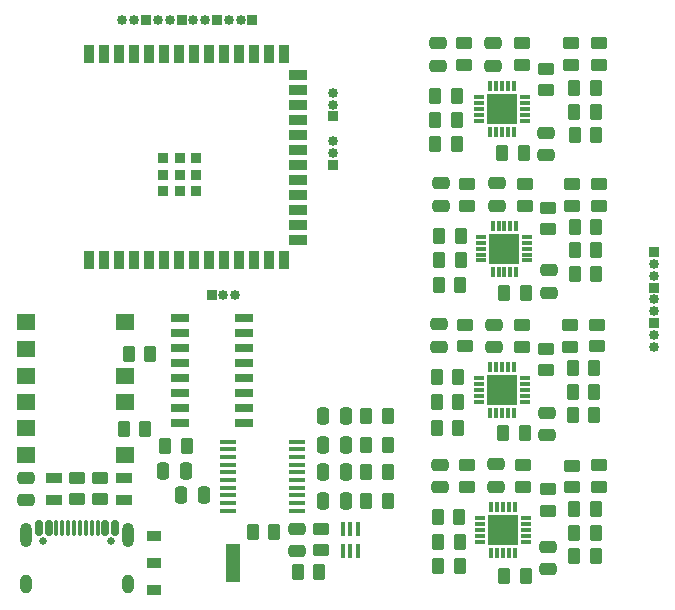
<source format=gbr>
%TF.GenerationSoftware,KiCad,Pcbnew,9.0.6*%
%TF.CreationDate,2025-12-28T18:42:45+01:00*%
%TF.ProjectId,scheme,73636865-6d65-42e6-9b69-6361645f7063,rev?*%
%TF.SameCoordinates,Original*%
%TF.FileFunction,Soldermask,Top*%
%TF.FilePolarity,Negative*%
%FSLAX46Y46*%
G04 Gerber Fmt 4.6, Leading zero omitted, Abs format (unit mm)*
G04 Created by KiCad (PCBNEW 9.0.6) date 2025-12-28 18:42:45*
%MOMM*%
%LPD*%
G01*
G04 APERTURE LIST*
G04 Aperture macros list*
%AMRoundRect*
0 Rectangle with rounded corners*
0 $1 Rounding radius*
0 $2 $3 $4 $5 $6 $7 $8 $9 X,Y pos of 4 corners*
0 Add a 4 corners polygon primitive as box body*
4,1,4,$2,$3,$4,$5,$6,$7,$8,$9,$2,$3,0*
0 Add four circle primitives for the rounded corners*
1,1,$1+$1,$2,$3*
1,1,$1+$1,$4,$5*
1,1,$1+$1,$6,$7*
1,1,$1+$1,$8,$9*
0 Add four rect primitives between the rounded corners*
20,1,$1+$1,$2,$3,$4,$5,0*
20,1,$1+$1,$4,$5,$6,$7,0*
20,1,$1+$1,$6,$7,$8,$9,0*
20,1,$1+$1,$8,$9,$2,$3,0*%
G04 Aperture macros list end*
%ADD10RoundRect,0.250000X0.262500X0.450000X-0.262500X0.450000X-0.262500X-0.450000X0.262500X-0.450000X0*%
%ADD11RoundRect,0.250000X-0.262500X-0.450000X0.262500X-0.450000X0.262500X0.450000X-0.262500X0.450000X0*%
%ADD12RoundRect,0.250000X0.450000X-0.262500X0.450000X0.262500X-0.450000X0.262500X-0.450000X-0.262500X0*%
%ADD13RoundRect,0.250000X0.475000X-0.250000X0.475000X0.250000X-0.475000X0.250000X-0.475000X-0.250000X0*%
%ADD14RoundRect,0.250000X-0.475000X0.250000X-0.475000X-0.250000X0.475000X-0.250000X0.475000X0.250000X0*%
%ADD15R,2.650000X2.650000*%
%ADD16R,0.300000X0.850000*%
%ADD17R,0.850000X0.300000*%
%ADD18RoundRect,0.250000X-0.450000X0.262500X-0.450000X-0.262500X0.450000X-0.262500X0.450000X0.262500X0*%
%ADD19R,0.850000X0.850000*%
%ADD20C,0.850000*%
%ADD21RoundRect,0.250000X0.250000X0.475000X-0.250000X0.475000X-0.250000X-0.475000X0.250000X-0.475000X0*%
%ADD22RoundRect,0.250000X-0.250000X-0.475000X0.250000X-0.475000X0.250000X0.475000X-0.250000X0.475000X0*%
%ADD23R,0.900000X1.500000*%
%ADD24R,1.500000X0.900000*%
%ADD25R,0.900000X0.900000*%
%ADD26R,1.475000X0.450000*%
%ADD27R,1.550000X0.700000*%
%ADD28R,1.300000X0.950000*%
%ADD29R,1.300000X3.250000*%
%ADD30R,1.600000X1.400000*%
%ADD31R,1.400000X0.950000*%
%ADD32R,0.400000X1.200000*%
%ADD33C,0.650000*%
%ADD34RoundRect,0.150000X-0.150000X-0.500000X0.150000X-0.500000X0.150000X0.500000X-0.150000X0.500000X0*%
%ADD35RoundRect,0.075000X-0.075000X-0.575000X0.075000X-0.575000X0.075000X0.575000X-0.075000X0.575000X0*%
%ADD36O,1.000000X2.100000*%
%ADD37O,1.000000X1.600000*%
G04 APERTURE END LIST*
D10*
%TO.C,R20*%
X223600000Y-129650000D03*
X225425000Y-129650000D03*
%TD*%
D11*
%TO.C,R12*%
X219900000Y-126900000D03*
X218075000Y-126900000D03*
%TD*%
%TO.C,R18*%
X231375000Y-126050000D03*
X229550000Y-126050000D03*
%TD*%
D12*
%TO.C,R8*%
X229300000Y-120425000D03*
X229300000Y-122250000D03*
%TD*%
D13*
%TO.C,C2*%
X218250000Y-120350000D03*
X218250000Y-122250000D03*
%TD*%
D11*
%TO.C,R19*%
X231375000Y-128050000D03*
X229550000Y-128050000D03*
%TD*%
%TO.C,R17*%
X231375000Y-124050000D03*
X229550000Y-124050000D03*
%TD*%
D14*
%TO.C,C3*%
X222950000Y-122250000D03*
X222950000Y-120350000D03*
%TD*%
D15*
%TO.C,IC2*%
X223600000Y-125900000D03*
D16*
X224600000Y-127850000D03*
X224100000Y-127850000D03*
X223600000Y-127850000D03*
X223100000Y-127850000D03*
X222600000Y-127850000D03*
D17*
X221650000Y-126900000D03*
X221650000Y-126400000D03*
X221650000Y-125900000D03*
X221650000Y-125400000D03*
X221650000Y-124900000D03*
D16*
X222600000Y-123950000D03*
X223100000Y-123950000D03*
X223600000Y-123950000D03*
X224100000Y-123950000D03*
X224600000Y-123950000D03*
D17*
X225550000Y-124900000D03*
X225550000Y-125400000D03*
X225550000Y-125900000D03*
X225550000Y-126400000D03*
X225550000Y-126900000D03*
%TD*%
D12*
%TO.C,R7*%
X220400000Y-120425000D03*
X220400000Y-122250000D03*
%TD*%
%TO.C,R6*%
X231600000Y-120425000D03*
X231600000Y-122250000D03*
%TD*%
D18*
%TO.C,R13*%
X227300000Y-124250000D03*
X227300000Y-122425000D03*
%TD*%
D12*
%TO.C,R9*%
X225300000Y-120425000D03*
X225300000Y-122250000D03*
%TD*%
D11*
%TO.C,R10*%
X219900000Y-124850000D03*
X218075000Y-124850000D03*
%TD*%
D10*
%TO.C,R11*%
X218050000Y-128950000D03*
X219875000Y-128950000D03*
%TD*%
D13*
%TO.C,C4*%
X227400000Y-127750000D03*
X227400000Y-129650000D03*
%TD*%
D12*
%TO.C,R21*%
X231600000Y-110325000D03*
X231600000Y-108500000D03*
%TD*%
D11*
%TO.C,R30*%
X229525000Y-114300000D03*
X231350000Y-114300000D03*
%TD*%
D14*
%TO.C,C7*%
X222650000Y-108500000D03*
X222650000Y-110400000D03*
%TD*%
D12*
%TO.C,R23*%
X229200000Y-110325000D03*
X229200000Y-108500000D03*
%TD*%
D18*
%TO.C,R28*%
X227100000Y-110675000D03*
X227100000Y-112500000D03*
%TD*%
D10*
%TO.C,R35*%
X219550000Y-117000000D03*
X217725000Y-117000000D03*
%TD*%
D12*
%TO.C,R24*%
X225050000Y-110350000D03*
X225050000Y-108525000D03*
%TD*%
D13*
%TO.C,C5*%
X218000000Y-110400000D03*
X218000000Y-108500000D03*
%TD*%
D11*
%TO.C,R31*%
X229550000Y-116300000D03*
X231375000Y-116300000D03*
%TD*%
%TO.C,R34*%
X217725000Y-115000000D03*
X219550000Y-115000000D03*
%TD*%
%TO.C,R29*%
X229500000Y-112300000D03*
X231325000Y-112300000D03*
%TD*%
D17*
%TO.C,IC5*%
X225350000Y-115100000D03*
X225350000Y-114600000D03*
X225350000Y-114100000D03*
X225350000Y-113600000D03*
X225350000Y-113100000D03*
D16*
X224400000Y-112150000D03*
X223900000Y-112150000D03*
X223400000Y-112150000D03*
X222900000Y-112150000D03*
X222400000Y-112150000D03*
D17*
X221450000Y-113100000D03*
X221450000Y-113600000D03*
X221450000Y-114100000D03*
X221450000Y-114600000D03*
X221450000Y-115100000D03*
D16*
X222400000Y-116050000D03*
X222900000Y-116050000D03*
X223400000Y-116050000D03*
X223900000Y-116050000D03*
X224400000Y-116050000D03*
D15*
X223400000Y-114100000D03*
%TD*%
D12*
%TO.C,R22*%
X220150000Y-110350000D03*
X220150000Y-108525000D03*
%TD*%
D11*
%TO.C,R33*%
X217725000Y-113000000D03*
X219550000Y-113000000D03*
%TD*%
D13*
%TO.C,C8*%
X227150000Y-118000000D03*
X227150000Y-116100000D03*
%TD*%
D10*
%TO.C,R32*%
X225250000Y-117800000D03*
X223425000Y-117800000D03*
%TD*%
D19*
%TO.C,J1*%
X198800000Y-129800000D03*
D20*
X199800000Y-129800000D03*
X200800000Y-129800000D03*
%TD*%
D19*
%TO.C,J2*%
X209100000Y-118800000D03*
D20*
X209100000Y-117800000D03*
X209100000Y-116800000D03*
%TD*%
D19*
%TO.C,J3*%
X209100000Y-114700000D03*
D20*
X209100000Y-113700000D03*
X209100000Y-112700000D03*
%TD*%
D19*
%TO.C,J11*%
X193260000Y-106500000D03*
D20*
X192260000Y-106500000D03*
X191260000Y-106500000D03*
%TD*%
D19*
%TO.C,J10*%
X196260000Y-106500000D03*
D20*
X195260000Y-106500000D03*
X194260000Y-106500000D03*
%TD*%
%TO.C,J6*%
X197260000Y-106500000D03*
X198260000Y-106500000D03*
D19*
X199260000Y-106500000D03*
%TD*%
D20*
%TO.C,J4*%
X200260000Y-106500000D03*
X201260000Y-106500000D03*
D19*
X202260000Y-106500000D03*
%TD*%
D11*
%TO.C,R55*%
X231225000Y-140000000D03*
X229400000Y-140000000D03*
%TD*%
%TO.C,R15*%
X206100000Y-153300000D03*
X207925000Y-153300000D03*
%TD*%
D12*
%TO.C,R60*%
X225150000Y-146050000D03*
X225150000Y-144225000D03*
%TD*%
D21*
%TO.C,C1*%
X198125000Y-146800000D03*
X196225000Y-146800000D03*
%TD*%
D19*
%TO.C,J8*%
X236275000Y-129200000D03*
D20*
X236275000Y-130200000D03*
X236275000Y-131200000D03*
%TD*%
D10*
%TO.C,R53*%
X219675000Y-141050000D03*
X217850000Y-141050000D03*
%TD*%
D22*
%TO.C,C21*%
X208275000Y-140100000D03*
X210175000Y-140100000D03*
%TD*%
D17*
%TO.C,IC7*%
X225450000Y-150700000D03*
X225450000Y-150200000D03*
X225450000Y-149700000D03*
X225450000Y-149200000D03*
X225450000Y-148700000D03*
D16*
X224500000Y-147750000D03*
X224000000Y-147750000D03*
X223500000Y-147750000D03*
X223000000Y-147750000D03*
X222500000Y-147750000D03*
D17*
X221550000Y-148700000D03*
X221550000Y-149200000D03*
X221550000Y-149700000D03*
X221550000Y-150200000D03*
X221550000Y-150700000D03*
D16*
X222500000Y-151650000D03*
X223000000Y-151650000D03*
X223500000Y-151650000D03*
X224000000Y-151650000D03*
X224500000Y-151650000D03*
D15*
X223500000Y-149700000D03*
%TD*%
D11*
%TO.C,R69*%
X211900000Y-147300000D03*
X213725000Y-147300000D03*
%TD*%
%TO.C,R70*%
X211875000Y-144850000D03*
X213700000Y-144850000D03*
%TD*%
D22*
%TO.C,C18*%
X208275000Y-144850000D03*
X210175000Y-144850000D03*
%TD*%
D13*
%TO.C,C14*%
X227200000Y-141700000D03*
X227200000Y-139800000D03*
%TD*%
D21*
%TO.C,C19*%
X210175000Y-147300000D03*
X208275000Y-147300000D03*
%TD*%
D23*
%TO.C,IC3*%
X188390000Y-126900000D03*
X189660000Y-126900000D03*
X190930000Y-126900000D03*
X192200000Y-126900000D03*
X193470000Y-126900000D03*
X194740000Y-126900000D03*
X196010000Y-126900000D03*
X197280000Y-126900000D03*
X198550000Y-126900000D03*
X199820000Y-126900000D03*
X201090000Y-126900000D03*
X202360000Y-126900000D03*
X203630000Y-126900000D03*
X204900000Y-126900000D03*
D24*
X206150000Y-125135000D03*
X206150000Y-123865000D03*
X206150000Y-122595000D03*
X206150000Y-121325000D03*
X206150000Y-120055000D03*
X206150000Y-118785000D03*
X206150000Y-117515000D03*
X206150000Y-116245000D03*
X206150000Y-114975000D03*
X206150000Y-113705000D03*
X206150000Y-112435000D03*
X206150000Y-111165000D03*
D23*
X204900000Y-109400000D03*
X203630000Y-109400000D03*
X202360000Y-109400000D03*
X201090000Y-109400000D03*
X199820000Y-109400000D03*
X198550000Y-109400000D03*
X197280000Y-109400000D03*
X196010000Y-109400000D03*
X194740000Y-109400000D03*
X193470000Y-109400000D03*
X192200000Y-109400000D03*
X190930000Y-109400000D03*
X189660000Y-109400000D03*
X188390000Y-109400000D03*
D25*
X196110000Y-119650000D03*
X194710000Y-119650000D03*
X194710000Y-121050000D03*
X196110000Y-121050000D03*
X197510000Y-121050000D03*
X197510000Y-119650000D03*
X197510000Y-118250000D03*
X196110000Y-118250000D03*
X194710000Y-118250000D03*
%TD*%
D13*
%TO.C,C17*%
X227300000Y-153050000D03*
X227300000Y-151150000D03*
%TD*%
D11*
%TO.C,R73*%
X194875000Y-142600000D03*
X196700000Y-142600000D03*
%TD*%
D18*
%TO.C,R51*%
X227100000Y-134375000D03*
X227100000Y-136200000D03*
%TD*%
D11*
%TO.C,R67*%
X229525000Y-151950000D03*
X231350000Y-151950000D03*
%TD*%
D12*
%TO.C,R59*%
X229300000Y-146100000D03*
X229300000Y-144275000D03*
%TD*%
D26*
%TO.C,IC1*%
X206075000Y-148100000D03*
X206075000Y-147450000D03*
X206075000Y-146800000D03*
X206075000Y-146150000D03*
X206075000Y-145500000D03*
X206075000Y-144850000D03*
X206075000Y-144200000D03*
X206075000Y-143550000D03*
X206075000Y-142900000D03*
X206075000Y-142250000D03*
X200199000Y-142250000D03*
X200199000Y-142900000D03*
X200199000Y-143550000D03*
X200199000Y-144200000D03*
X200199000Y-144850000D03*
X200199000Y-145500000D03*
X200199000Y-146150000D03*
X200199000Y-146800000D03*
X200199000Y-147450000D03*
X200199000Y-148100000D03*
%TD*%
D27*
%TO.C,IC10*%
X201550000Y-140670000D03*
X201550000Y-139400000D03*
X201550000Y-138130000D03*
X201550000Y-136860000D03*
X201550000Y-135590000D03*
X201550000Y-134320000D03*
X201550000Y-133050000D03*
X201550000Y-131780000D03*
X196100000Y-131780000D03*
X196100000Y-133050000D03*
X196100000Y-134320000D03*
X196100000Y-135590000D03*
X196100000Y-136860000D03*
X196100000Y-138130000D03*
X196100000Y-139400000D03*
X196100000Y-140670000D03*
%TD*%
D10*
%TO.C,R68*%
X225400000Y-153650000D03*
X223575000Y-153650000D03*
%TD*%
D28*
%TO.C,IC4*%
X193900000Y-150210000D03*
X193900000Y-152500000D03*
X193900000Y-154790000D03*
D29*
X200600000Y-152500000D03*
%TD*%
D30*
%TO.C,S2*%
X191453000Y-136650000D03*
X183053000Y-136650000D03*
X191453000Y-132150000D03*
X183053000Y-132150000D03*
X183053000Y-134400000D03*
%TD*%
D11*
%TO.C,R71*%
X211875000Y-142550000D03*
X213700000Y-142550000D03*
%TD*%
D18*
%TO.C,R2*%
X189400000Y-145300000D03*
X189400000Y-147125000D03*
%TD*%
D14*
%TO.C,C13*%
X222700000Y-132350000D03*
X222700000Y-134250000D03*
%TD*%
D13*
%TO.C,C6*%
X206075000Y-151500000D03*
X206075000Y-149600000D03*
%TD*%
D18*
%TO.C,R63*%
X227250000Y-146275000D03*
X227250000Y-148100000D03*
%TD*%
D10*
%TO.C,R5*%
X193600000Y-134800000D03*
X191775000Y-134800000D03*
%TD*%
D11*
%TO.C,R72*%
X211875000Y-140100000D03*
X213700000Y-140100000D03*
%TD*%
D30*
%TO.C,S1*%
X191453000Y-143350000D03*
X183053000Y-143350000D03*
X191453000Y-138850000D03*
X183053000Y-138850000D03*
X183053000Y-141100000D03*
%TD*%
D10*
%TO.C,R65*%
X219800000Y-152800000D03*
X217975000Y-152800000D03*
%TD*%
D11*
%TO.C,R62*%
X217975000Y-150700000D03*
X219800000Y-150700000D03*
%TD*%
D31*
%TO.C,R14*%
X191400000Y-147200000D03*
X191400000Y-145300000D03*
%TD*%
D11*
%TO.C,R49*%
X217850000Y-136750000D03*
X219675000Y-136750000D03*
%TD*%
D18*
%TO.C,R1*%
X187400000Y-145300000D03*
X187400000Y-147125000D03*
%TD*%
D11*
%TO.C,R36*%
X202275000Y-149850000D03*
X204100000Y-149850000D03*
%TD*%
%TO.C,R4*%
X191375000Y-141200000D03*
X193200000Y-141200000D03*
%TD*%
D32*
%TO.C,IC8*%
X209907500Y-151532500D03*
X210557500Y-151532500D03*
X211207500Y-151532500D03*
X211207500Y-149632500D03*
X210557500Y-149632500D03*
X209907500Y-149632500D03*
%TD*%
D31*
%TO.C,R37*%
X185500000Y-147200000D03*
X185500000Y-145300000D03*
%TD*%
D12*
%TO.C,R48*%
X225050000Y-134200000D03*
X225050000Y-132375000D03*
%TD*%
%TO.C,R16*%
X208075000Y-151425000D03*
X208075000Y-149600000D03*
%TD*%
%TO.C,R57*%
X231600000Y-146050000D03*
X231600000Y-144225000D03*
%TD*%
%TO.C,R25*%
X231425000Y-134150000D03*
X231425000Y-132325000D03*
%TD*%
D19*
%TO.C,J9*%
X236275000Y-132200000D03*
D20*
X236275000Y-133200000D03*
X236275000Y-134200000D03*
%TD*%
D14*
%TO.C,C16*%
X222850000Y-144150000D03*
X222850000Y-146050000D03*
%TD*%
D13*
%TO.C,C10*%
X183100000Y-147200000D03*
X183100000Y-145300000D03*
%TD*%
D11*
%TO.C,R50*%
X217850000Y-138900000D03*
X219675000Y-138900000D03*
%TD*%
D12*
%TO.C,R58*%
X220400000Y-146050000D03*
X220400000Y-144225000D03*
%TD*%
D21*
%TO.C,C22*%
X196600000Y-144700000D03*
X194700000Y-144700000D03*
%TD*%
D12*
%TO.C,R27*%
X229125000Y-134200000D03*
X229125000Y-132375000D03*
%TD*%
D11*
%TO.C,R54*%
X229375000Y-138000000D03*
X231200000Y-138000000D03*
%TD*%
%TO.C,R61*%
X217964500Y-148650000D03*
X219789500Y-148650000D03*
%TD*%
D21*
%TO.C,C20*%
X210175000Y-142500000D03*
X208275000Y-142500000D03*
%TD*%
D19*
%TO.C,J7*%
X236225000Y-126200000D03*
D20*
X236225000Y-127200000D03*
X236225000Y-128200000D03*
%TD*%
D13*
%TO.C,C12*%
X218050000Y-134200000D03*
X218050000Y-132300000D03*
%TD*%
D11*
%TO.C,R66*%
X229525000Y-149950000D03*
X231350000Y-149950000D03*
%TD*%
%TO.C,R52*%
X229375000Y-136000000D03*
X231200000Y-136000000D03*
%TD*%
%TO.C,R64*%
X229525000Y-147950000D03*
X231350000Y-147950000D03*
%TD*%
D10*
%TO.C,R56*%
X225300000Y-141550000D03*
X223475000Y-141550000D03*
%TD*%
D12*
%TO.C,R26*%
X220250000Y-134150000D03*
X220250000Y-132325000D03*
%TD*%
D13*
%TO.C,C15*%
X218150000Y-146100000D03*
X218150000Y-144200000D03*
%TD*%
D17*
%TO.C,IC6*%
X225350000Y-138850000D03*
X225350000Y-138350000D03*
X225350000Y-137850000D03*
X225350000Y-137350000D03*
X225350000Y-136850000D03*
D16*
X224400000Y-135900000D03*
X223900000Y-135900000D03*
X223400000Y-135900000D03*
X222900000Y-135900000D03*
X222400000Y-135900000D03*
D17*
X221450000Y-136850000D03*
X221450000Y-137350000D03*
X221450000Y-137850000D03*
X221450000Y-138350000D03*
X221450000Y-138850000D03*
D16*
X222400000Y-139800000D03*
X222900000Y-139800000D03*
X223400000Y-139800000D03*
X223900000Y-139800000D03*
X224400000Y-139800000D03*
D15*
X223400000Y-137850000D03*
%TD*%
D33*
%TO.C,J5*%
X184510000Y-150655000D03*
X190290000Y-150655000D03*
D34*
X184200000Y-149515000D03*
X185000000Y-149515000D03*
D35*
X186150000Y-149515000D03*
X187150000Y-149515000D03*
X187650000Y-149515000D03*
X188650000Y-149515000D03*
D34*
X189800000Y-149515000D03*
X190600000Y-149515000D03*
X190600000Y-149515000D03*
X189800000Y-149515000D03*
D35*
X189150000Y-149515000D03*
X188150000Y-149515000D03*
X186650000Y-149515000D03*
X185650000Y-149515000D03*
D34*
X185000000Y-149515000D03*
X184200000Y-149515000D03*
D36*
X183080000Y-150155000D03*
D37*
X183080000Y-154335000D03*
D36*
X191720000Y-150155000D03*
D37*
X191720000Y-154335000D03*
%TD*%
M02*

</source>
